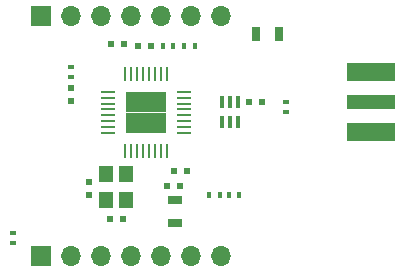
<source format=gbr>
G04 #@! TF.FileFunction,Soldermask,Top*
%FSLAX46Y46*%
G04 Gerber Fmt 4.6, Leading zero omitted, Abs format (unit mm)*
G04 Created by KiCad (PCBNEW 4.0.7) date Sat Oct 28 23:03:15 2017*
%MOMM*%
%LPD*%
G01*
G04 APERTURE LIST*
%ADD10C,0.100000*%
%ADD11R,0.350000X1.000000*%
%ADD12R,0.600000X0.500000*%
%ADD13R,0.500000X0.600000*%
%ADD14R,4.064000X1.524000*%
%ADD15R,4.064000X1.270000*%
%ADD16R,1.700000X1.700000*%
%ADD17O,1.700000X1.700000*%
%ADD18R,0.700000X1.300000*%
%ADD19R,1.300000X0.700000*%
%ADD20R,0.600000X0.400000*%
%ADD21R,0.400000X0.600000*%
%ADD22R,1.200000X0.280000*%
%ADD23R,0.280000X1.200000*%
%ADD24R,1.725000X1.725000*%
%ADD25R,1.200000X1.400000*%
G04 APERTURE END LIST*
D10*
D11*
X191912000Y-80938000D03*
X191262000Y-80938000D03*
X190612000Y-80938000D03*
X190612000Y-82638000D03*
X191262000Y-82638000D03*
X191912000Y-82638000D03*
D12*
X183473000Y-76200000D03*
X184573000Y-76200000D03*
X182287000Y-76009500D03*
X181187000Y-76009500D03*
D13*
X177800000Y-79714000D03*
X177800000Y-80814000D03*
X179324000Y-88815000D03*
X179324000Y-87715000D03*
D12*
X187621000Y-86741000D03*
X186521000Y-86741000D03*
X186986000Y-88011000D03*
X185886000Y-88011000D03*
X181060000Y-90805000D03*
X182160000Y-90805000D03*
X193971000Y-80899000D03*
X192871000Y-80899000D03*
D14*
X203200000Y-83439000D03*
X203200000Y-78359000D03*
D15*
X203200000Y-80899000D03*
D16*
X175260000Y-93980000D03*
D17*
X177800000Y-93980000D03*
X180340000Y-93980000D03*
X182880000Y-93980000D03*
X185420000Y-93980000D03*
X187960000Y-93980000D03*
X190500000Y-93980000D03*
D16*
X175260000Y-73660000D03*
D17*
X177800000Y-73660000D03*
X180340000Y-73660000D03*
X182880000Y-73660000D03*
X185420000Y-73660000D03*
X187960000Y-73660000D03*
X190500000Y-73660000D03*
D18*
X195387000Y-75184000D03*
X193487000Y-75184000D03*
D19*
X186626500Y-89220000D03*
X186626500Y-91120000D03*
D20*
X177800000Y-78809000D03*
X177800000Y-77909000D03*
D21*
X186441500Y-76200000D03*
X185541500Y-76200000D03*
X188283000Y-76200000D03*
X187383000Y-76200000D03*
X189478500Y-88773000D03*
X190378500Y-88773000D03*
X192029500Y-88773000D03*
X191129500Y-88773000D03*
D20*
X196037200Y-81780800D03*
X196037200Y-80880800D03*
D22*
X187400000Y-83538000D03*
X187400000Y-83038000D03*
X187400000Y-82538000D03*
X187400000Y-82038000D03*
X187400000Y-81538000D03*
X187400000Y-81038000D03*
X187400000Y-80538000D03*
X187400000Y-80038000D03*
D23*
X185900000Y-78538000D03*
X185400000Y-78538000D03*
X184900000Y-78538000D03*
X184400000Y-78538000D03*
X183900000Y-78538000D03*
X183400000Y-78538000D03*
X182900000Y-78538000D03*
X182400000Y-78538000D03*
D22*
X180900000Y-80038000D03*
X180900000Y-80538000D03*
X180900000Y-81038000D03*
X180900000Y-81538000D03*
X180900000Y-82038000D03*
X180900000Y-82538000D03*
X180900000Y-83038000D03*
X180900000Y-83538000D03*
D23*
X182400000Y-85038000D03*
X182900000Y-85038000D03*
X183400000Y-85038000D03*
X183900000Y-85038000D03*
X184400000Y-85038000D03*
X184900000Y-85038000D03*
X185400000Y-85038000D03*
X185900000Y-85038000D03*
D24*
X185012500Y-82650500D03*
X183287500Y-82650500D03*
X185012500Y-80925500D03*
X183287500Y-80925500D03*
D25*
X182460000Y-89238000D03*
X182460000Y-87038000D03*
X180760000Y-87038000D03*
X180760000Y-89238000D03*
D20*
X172897800Y-91955200D03*
X172897800Y-92855200D03*
M02*

</source>
